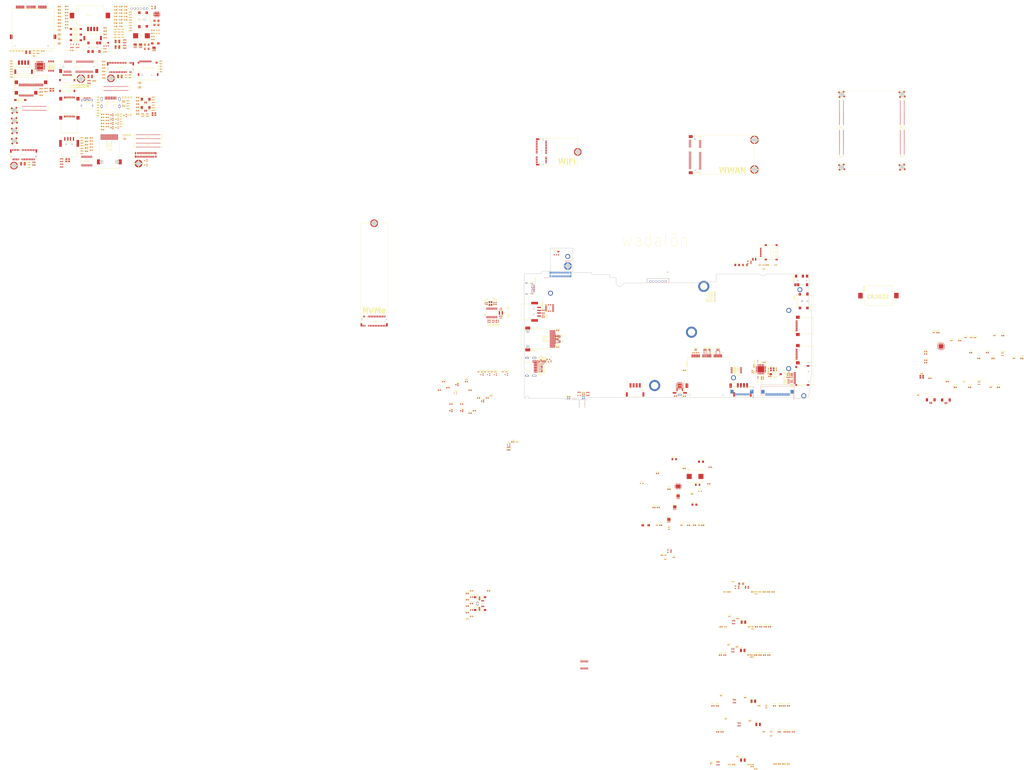
<source format=kicad_pcb>
(kicad_pcb
	(version 20241229)
	(generator "pcbnew")
	(generator_version "9.0")
	(general
		(thickness 1.6)
		(legacy_teardrops no)
	)
	(paper "A4")
	(layers
		(0 "F.Cu" signal "Top Layer")
		(4 "In1.Cu" signal "Inner1")
		(6 "In2.Cu" signal "Inner2")
		(2 "B.Cu" signal "Bottom Layer")
		(9 "F.Adhes" user "F.Adhesive")
		(11 "B.Adhes" user "B.Adhesive")
		(13 "F.Paste" user "Top Paste Mask Layer")
		(15 "B.Paste" user "Bottom Paste Mask Layer")
		(5 "F.SilkS" user "Top Silkscreen Layer")
		(7 "B.SilkS" user "Bottom Silkscreen Layer")
		(1 "F.Mask" user "Top Solder Mask Layer")
		(3 "B.Mask" user "Bottom Solder Mask Layer")
		(17 "Dwgs.User" user "Document Layer")
		(19 "Cmts.User" user "User.Comments")
		(21 "Eco1.User" user "User.Eco1")
		(23 "Eco2.User" user "Mechanical Layer")
		(25 "Edge.Cuts" user "Multi-Layer")
		(27 "Margin" user)
		(31 "F.CrtYd" user "F.Courtyard")
		(29 "B.CrtYd" user "B.Courtyard")
		(35 "F.Fab" user "Top Assembly Layer")
		(33 "B.Fab" user "Bottom Assembly Layer")
		(39 "User.1" user "Ratline Layer")
		(41 "User.2" user "Component Shape Layer")
		(43 "User.3" user "Component Marking Layer")
		(45 "User.4" user "3D Shell Outline Layer")
		(47 "User.5" user "3D Shell Top Layer")
		(49 "User.6" user "3D Shell Bottom Layer")
		(51 "User.7" user "Drill Drawing Layer")
	)
	(setup
		(pad_to_mask_clearance 0)
		(allow_soldermask_bridges_in_footprints no)
		(tenting front back)
		(aux_axis_origin 20 60)
		(pcbplotparams
			(layerselection 0x00000000_00000000_55555555_5755f5ff)
			(plot_on_all_layers_selection 0x00000000_00000000_00000000_00000000)
			(disableapertmacros no)
			(usegerberextensions no)
			(usegerberattributes yes)
			(usegerberadvancedattributes yes)
			(creategerberjobfile yes)
			(dashed_line_dash_ratio 12.000000)
			(dashed_line_gap_ratio 3.000000)
			(svgprecision 4)
			(plotframeref no)
			(mode 1)
			(useauxorigin no)
			(hpglpennumber 1)
			(hpglpenspeed 20)
			(hpglpendiameter 15.000000)
			(pdf_front_fp_property_popups yes)
			(pdf_back_fp_property_popups yes)
			(pdf_metadata yes)
			(pdf_single_document no)
			(dxfpolygonmode yes)
			(dxfimperialunits yes)
			(dxfusepcbnewfont yes)
			(psnegative no)
			(psa4output no)
			(plot_black_and_white yes)
			(plotinvisibletext no)
			(sketchpadsonfab no)
			(plotpadnumbers no)
			(hidednponfab no)
			(sketchdnponfab yes)
			(crossoutdnponfab yes)
			(subtractmaskfromsilk no)
			(outputformat 1)
			(mirror no)
			(drillshape 1)
			(scaleselection 1)
			(outputdirectory "")
		)
	)
	(net 0 "")
	(net 1 "GND")
	(net 2 "+3.3V")
	(net 3 "+5V_CURR2")
	(net 4 "I2C1_SCL")
	(net 5 "I2C1_SDA")
	(net 6 "PWR_BTN_H")
	(net 7 "+3.3V_KEY")
	(net 8 "GND_KEY")
	(net 9 "USB_KEYBOARD_DM")
	(net 10 "USB_KEYBOARD_DP")
	(net 11 "USB_LTE_DM")
	(net 12 "USB_LTE_DP")
	(net 13 "COL1")
	(net 14 "COL2")
	(net 15 "COL3")
	(net 16 "COL4")
	(net 17 "COL5")
	(net 18 "COL6")
	(net 19 "COL7")
	(net 20 "COL8")
	(net 21 "COL9")
	(net 22 "COL10")
	(net 23 "COL11")
	(net 24 "COL12")
	(net 25 "ROW8")
	(net 26 "ROW7")
	(net 27 "ROW6")
	(net 28 "ROW5")
	(net 29 "ROW4")
	(net 30 "ROW3")
	(net 31 "ROW2")
	(net 32 "ROW1")
	(net 33 "PWRON_L")
	(net 34 "+12V")
	(net 35 "UART2_RX_M0_DEBUG")
	(net 36 "LED3_25GLAN_25GLED")
	(net 37 "LED2_25GLAN_1GLED")
	(net 38 "P25G_MDI0_P")
	(net 39 "P25G_MDI0_N")
	(net 40 "P25G_MDI1_P")
	(net 41 "P25G_MDI1_N")
	(net 42 "P25G_MDI2_P")
	(net 43 "P25G_MDI2_N")
	(net 44 "P25G_MDI3_P")
	(net 45 "P25G_MDI3_N")
	(net 46 "MIPI_CSI1_RX_D0_N")
	(net 47 "MIPI_CSI1_RX_D0_P")
	(net 48 "MIPI_CSI1_RX_D1_N")
	(net 49 "MIPI_CSI1_RX_D1_P")
	(net 50 "MIPI_CSI1_RX_CLK0_N")
	(net 51 "MIPI_CSI1_RX_CLK0_P")
	(net 52 "MIPI_CSI1_RX_D2_N")
	(net 53 "MIPI_CSI1_RX_D2_P")
	(net 54 "MIPI_CSI1_RX_D3_N")
	(net 55 "MIPI_CSI1_RX_D3_P")
	(net 56 "PMIC_EXT_EN_OUT")
	(net 57 "BOOT_SARADAC_IN0")
	(net 58 "UART2_TX_M0_DEBUG")
	(net 59 "VDC_MODE")
	(net 60 "RESET_L")
	(net 61 "TYPEC1_SSRX1_N")
	(net 62 "TYPEC1_SSRX1_P")
	(net 63 "TYPEC1_SSTX1_N")
	(net 64 "TYPEC1_SSTX1_P")
	(net 65 "TYPEC0_SSRX1_N")
	(net 66 "TYPEC0_SSRX1_P")
	(net 67 "TYPEC0_SSTX1_N")
	(net 68 "TYPEC0_SSTX1_P")
	(net 69 "TYPEC0_SSRX2_N")
	(net 70 "TYPEC0_SSRX2_P")
	(net 71 "TYPEC0_SSTX2_N")
	(net 72 "TYPEC0_SSTX2_P")
	(net 73 "MIPI_DPHY0_TX_D0_N")
	(net 74 "MIPI_DPHY0_TX_D0_P")
	(net 75 "MIPI_DPHY0_TX_D1_N")
	(net 76 "MIPI_DPHY0_TX_D1_P")
	(net 77 "MIPI_DPHY0_TX_CLK_N")
	(net 78 "MIPI_DPHY0_TX_CLK_P")
	(net 79 "MIPI_DPHY0_TX_D2_N")
	(net 80 "MIPI_DPHY0_TX_D2_P")
	(net 81 "MIPI_DPHY0_TX_D3_N")
	(net 82 "MIPI_DPHY0_TX_D3_P")
	(net 83 "I2C7_SCL_M0")
	(net 84 "I2C7_SDA_M0")
	(net 85 "HPR")
	(net 86 "RECOVERY")
	(net 87 "MIC_IN")
	(net 88 "HPL")
	(net 89 "GND_AUDIO")
	(net 90 "PWR_BTN_L")
	(net 91 "PCIE30_PORT0_TX0_P")
	(net 92 "PCIE30_PORT0_TX0_N")
	(net 93 "PCIE30_PORT0_TX1_P")
	(net 94 "PCIE30_PORT0_TX1_N")
	(net 95 "PCIE30_PORT1_RX2_P")
	(net 96 "PCIE30_PORT1_RX2_N")
	(net 97 "PCIE30_PORT1_RX3_P")
	(net 98 "PCIE30_PORT1_RX3_N")
	(net 99 "PCIE30_PORT1_TX2_P")
	(net 100 "PCIE30_PORT1_TX2_N")
	(net 101 "PCIE30_PORT1_TX3_P")
	(net 102 "PCIE30_PORT1_TX3_N")
	(net 103 "PCIE30_PORT1_REFCLK_IN_P")
	(net 104 "PCIE30_PORT1_REFCLK_IN_N")
	(net 105 "I2C6_SCL_M0")
	(net 106 "I2C6_SDA_M0")
	(net 107 "VBAT_RTC")
	(net 108 "HDMITX1_HPDIN_M0")
	(net 109 "HDMITX0_HPDIN_M0")
	(net 110 "USB30_2_SSTX_N")
	(net 111 "USB30_2_SSTX_P")
	(net 112 "USB30_2_SSRX_N")
	(net 113 "USB30_2_SSRX_P")
	(net 114 "PCIE30_PORT0_REFCLK_IN_N")
	(net 115 "PCIE30_PORT0_REFCLK_IN_P")
	(net 116 "PCIE30_PORT0_RX1_N")
	(net 117 "PCIE30_PORT0_RX1_P")
	(net 118 "PCIE30_PORT0_RX0_N")
	(net 119 "PCIE30_PORT0_RX0_P")
	(net 120 "HDMI_RX_D2_P")
	(net 121 "HDMI_RX_D2_N")
	(net 122 "HDMI_RX_D1_P")
	(net 123 "HDMI_RX_D1_N")
	(net 124 "HDMI_RX_D0_P")
	(net 125 "HDMI_RX_D0_N")
	(net 126 "HDMI_RX_CLK_P")
	(net 127 "HDMI_RX_CLK_N")
	(net 128 "SDMMC0_D2")
	(net 129 "SDMMC0_D3")
	(net 130 "SDMMC0_CMD")
	(net 131 "VCC3V3_SD_S0")
	(net 132 "SD_CLK")
	(net 133 "SDMMC0_D0")
	(net 134 "SDMMC0_D1")
	(net 135 "HDMI_RX_SCL_M1")
	(net 136 "HDMI_RX_SDA_M1")
	(net 137 "HDMI_RX_CEC")
	(net 138 "HDMIIRX_HPDOUT_H")
	(net 139 "GPIO3_B2")
	(net 140 "GPIO3_B3")
	(net 141 "HDMI1_ON_H")
	(net 142 "HDMI1_CEC_M2")
	(net 143 "HDMI1_SDA_M1")
	(net 144 "HDMI1_SCL_M1")
	(net 145 "HDMI0_ON_H")
	(net 146 "HDMI0_CEC_M0")
	(net 147 "HDMI0_SDA_M0")
	(net 148 "HDMI0_SCL_M0")
	(net 149 "HDMI0_TX_SBD_N")
	(net 150 "HDMI0_TX_SBD_P")
	(net 151 "HDMI0_TX3_N")
	(net 152 "HDMI0_TX3_P")
	(net 153 "HDMI0_TX0_N")
	(net 154 "HDMI0_TX0_P")
	(net 155 "HDMI0_TX1_N")
	(net 156 "HDMI0_TX1_P")
	(net 157 "HDMI0_TX2_N")
	(net 158 "HDMI0_TX2_P")
	(net 159 "HDMI1_TX_SBD_N")
	(net 160 "HDMI1_TX_SBD_P")
	(net 161 "HDMI1_TX3_N")
	(net 162 "HDMI1_TX3_P")
	(net 163 "HDMI1_TX0_N")
	(net 164 "HDMI1_TX0_P")
	(net 165 "HDMI1_TX1_N")
	(net 166 "HDMI1_TX1_P")
	(net 167 "HDMI1_TX2_N")
	(net 168 "HDMI1_TX2_P")
	(net 169 "TYPEC0_SBU2_OUT")
	(net 170 "TYPEC0_SBU1_OUT")
	(net 171 "TYPEC0_OTG_DP")
	(net 172 "TYPEC0_OTG_DM")
	(net 173 "TYPEC1_OTG_DP")
	(net 174 "TYPEC1_OTG_DM")
	(net 175 "USB20_HOST0_DP")
	(net 176 "USB20_HOST0_DM")
	(net 177 "USB20_HOST1_DM")
	(net 178 "USB20_HOST1_DP")
	(net 179 "+3.3V_CFEXPRESS")
	(net 180 "PCIE30_REFCLK_A_N")
	(net 181 "PCIE30_REFCLK_A_P")
	(net 182 "Net-(U901-SW)")
	(net 183 "Net-(U901-VBST)")
	(net 184 "+1.5V_WWAN")
	(net 185 "+3.3V_WWAN")
	(net 186 "+3.3V_WIFI")
	(net 187 "Net-(U901-VFB)")
	(net 188 "Net-(U1401-FB)")
	(net 189 "Net-(U1402-SW)")
	(net 190 "Net-(U1402-VBST)")
	(net 191 "+1.8V")
	(net 192 "PCIE20_1_REFCLKN")
	(net 193 "PCIE20_1_REFCLKP")
	(net 194 "+3.3V_NVME")
	(net 195 "Net-(U1402-VFB)")
	(net 196 "Net-(U1601-MICBIAS)")
	(net 197 "Net-(U1601-VMID)")
	(net 198 "Net-(U1601-RINPUT1)")
	(net 199 "Net-(C1605-Pad1)")
	(net 200 "Net-(MIC1601-OUT)")
	(net 201 "unconnected-(D2001-I{slash}O_3-Pad4)")
	(net 202 "unconnected-(D2001-GND-Pad8)")
	(net 203 "unconnected-(D2001-I{slash}O_4-Pad5)")
	(net 204 "Net-(C1301-Pad1)")
	(net 205 "Net-(U1401-LX)")
	(net 206 "Net-(C1610-Pad1)")
	(net 207 "Net-(MIC1602-OUT)")
	(net 208 "Net-(U901-EN)")
	(net 209 "Net-(U1001-EN)")
	(net 210 "GPIO1_B0{slash}CFEXPRESS_INSERT")
	(net 211 "GPIO4_B5{slash}M2_A_CLKREQ_L")
	(net 212 "Net-(SW1101-1)")
	(net 213 "GPIO0_D5{slash}CFEXPRESS_EJECT")
	(net 214 "Net-(LED_CFEXPRESS1101-K)")
	(net 215 "Net-(U1301-PGAND)")
	(net 216 "Net-(U1402-EN)")
	(net 217 "GPIO2_C3{slash}PCM_IN{slash}I2S_SD_IN")
	(net 218 "Net-(U1601-ADCDAT)")
	(net 219 "Net-(U1601-DACDAT)")
	(net 220 "GPIO4_C3{slash}PCM_OUT{slash}I2S_SD_OUT")
	(net 221 "Net-(U1601-BCLK)")
	(net 222 "GPIO2_B7{slash}PCM_CLK{slash}I2S_SCK")
	(net 223 "GPIO2_C0{slash}PCM_SYNC{slash}I2S_WS")
	(net 224 "Net-(U1601-ADCLRC)")
	(net 225 "Net-(X1601-OUTPUT)")
	(net 226 "Net-(U1601-MCLK)")
	(net 227 "Net-(D1701-I{slash}O_1)")
	(net 228 "Net-(D1701-I{slash}O_2)")
	(net 229 "GPIO3_D0{slash}I2C5_SDA_M0_TP")
	(net 230 "GPIO3_C7{slash}I2C5_SCL_M0_TP")
	(net 231 "Net-(RJ2001-LED2+{slash}LED2-)")
	(net 232 "Net-(R2001-Pad1)")
	(net 233 "Net-(RJ2001-LED1+)")
	(net 234 "unconnected-(U801-S1-Pad3)")
	(net 235 "unconnected-(U801-S2-Pad4)")
	(net 236 "unconnected-(U801-X2-Pad6)")
	(net 237 "unconnected-(U801-VDDXD-Pad1)")
	(net 238 "unconnected-(U801-X1-Pad5)")
	(net 239 "unconnected-(U801-S0-Pad2)")
	(net 240 "Net-(U1001-SW)")
	(net 241 "Net-(U1101-VFB)")
	(net 242 "Net-(U1101-SW)")
	(net 243 "Net-(U1101-EN)")
	(net 244 "GPIO3_B7{slash}CFEXPRESS_LED")
	(net 245 "Net-(LED_CFEXPRESS1101-A)")
	(net 246 "unconnected-(U1601-LINPUT3{slash}JD2-Pad2)")
	(net 247 "unconnected-(U1601-LINPUT2-Pad3)")
	(net 248 "Net-(U1601-LINPUT1)")
	(net 249 "unconnected-(AUDIO701-Pad5)")
	(net 250 "unconnected-(AUDIO701-Pad2)")
	(net 251 "unconnected-(AUDIO701-Pad6)")
	(net 252 "unconnected-(AUDIO701-Pad1)")
	(net 253 "unconnected-(AUDIO701-Pad3)")
	(net 254 "unconnected-(AUDIO701-Pad4)")
	(net 255 "Net-(U601-NTC)")
	(net 256 "Net-(U601-BATSENS+)")
	(net 257 "unconnected-(BT701-Pad2)")
	(net 258 "unconnected-(BT701-Pad3)")
	(net 259 "Net-(D601-C)")
	(net 260 "Net-(Q602-G)")
	(net 261 "Net-(Q602-D)")
	(net 262 "Net-(C607-Pad2)")
	(net 263 "Net-(U601-BOOST)")
	(net 264 "Net-(U601-CELLS1)")
	(net 265 "Net-(U601-CELLS0)")
	(net 266 "Net-(U602-SW)")
	(net 267 "Net-(U602-VBST)")
	(net 268 "Net-(U602-VFB)")
	(net 269 "Net-(U604-SW)")
	(net 270 "Net-(U604-VBST)")
	(net 271 "<NO NET>")
	(net 272 "Net-(U604-VFB)")
	(net 273 "Net-(U1001-VBST)")
	(net 274 "Net-(U1001-VFB)")
	(net 275 "Net-(U1101-VBST)")
	(net 276 "Net-(U1301-X2)")
	(net 277 "Net-(U1301-X1)")
	(net 278 "Net-(U1301-RESET#)")
	(net 279 "Net-(U1501-XTAL1)")
	(net 280 "Net-(U1501-UCap)")
	(net 281 "Net-(U1501-XTAL2)")
	(net 282 "/HDMI Connector/HDMI_5V")
	(net 283 "Net-(CFexpress1101-PETn0)")
	(net 284 "unconnected-(CFexpress1101-RESERVED-Pad8)")
	(net 285 "Net-(CFexpress1101-REFCLK+)")
	(net 286 "Net-(CFexpress1101-PERn0)")
	(net 287 "Net-(CFexpress1101-REFCLK-)")
	(net 288 "GPIO4_B6{slash}M2_A_PERST_L")
	(net 289 "Net-(CFexpress1101-PERp1)")
	(net 290 "Net-(CFexpress1101-PETp0)")
	(net 291 "Net-(CFexpress1101-PERn1)")
	(net 292 "Net-(CFexpress1101-PETp1)")
	(net 293 "Net-(CFexpress1101-PETn1)")
	(net 294 "Net-(CFexpress1101-PERp0)")
	(net 295 "unconnected-(CFexpress1101-RESERVED-Pad7)")
	(net 296 "GPIO2_B5{slash}FSPI_RESET")
	(net 297 "unconnected-(CN201-Pad99)")
	(net 298 "GPIO2_B3{slash}FSPI_CLK_M1")
	(net 299 "GPIO2_C1{slash}MIPI_CAM2_RESET_L")
	(net 300 "GPIO2_A7{slash}FSPI_D1_M1")
	(net 301 "MIPI_CSI1_RX_CLK1_N")
	(net 302 "unconnected-(CN201-Pad97)")
	(net 303 "unconnected-(CN201-Pad50)")
	(net 304 "GPIO1_B7{slash}MIPI_CAM2_CLKOUT")
	(net 305 "unconnected-(CN201-Pad42)")
	(net 306 "unconnected-(CN201-Pad62)")
	(net 307 "unconnected-(CN201-Pad66)")
	(net 308 "unconnected-(CN201-Pad71)")
	(net 309 "unconnected-(CN201-Pad31)")
	(net 310 "unconnected-(CN201-Pad36)")
	(net 311 "unconnected-(CN201-Pad44)")
	(net 312 "unconnected-(CN201-Pad68)")
	(net 313 "GPIO2_B4{slash}FSPI_WAKE")
	(net 314 "unconnected-(CN201-Pad48)")
	(net 315 "MIPI_CSI1_RX_CLK1_P")
	(net 316 "unconnected-(CN201-Pad60)")
	(net 317 "GPIO2_B0{slash}FSPI_D2_M1")
	(net 318 "GPIO4_C5{slash}MIPI_CAM1_PDN_L{slash}BT_WAKE_L")
	(net 319 "GPIO2_B2{slash}FSPI_CMD")
	(net 320 "GPIO2_B1{slash}FSPI_D3_M1")
	(net 321 "GPIO2_C2{slash}MIPI_CAM2_PDN_L")
	(net 322 "GPIO4_C4{slash}MIPI_CAM1_RESET_L{slash}WIFI_DISABLE")
	(net 323 "unconnected-(CN201-Pad14)")
	(net 324 "unconnected-(CN201-Pad54)")
	(net 325 "unconnected-(CN201-Pad26)")
	(net 326 "GPIO2_A6{slash}FSPI_D0_M1")
	(net 327 "unconnected-(CN201-Pad29)")
	(net 328 "unconnected-(CN201-Pad56)")
	(net 329 "unconnected-(CN201-Pad38)")
	(net 330 "unconnected-(CN301-Pad85)")
	(net 331 "unconnected-(CN301-Pad56)")
	(net 332 "unconnected-(CN301-Pad26)")
	(net 333 "unconnected-(CN301-Pad24)")
	(net 334 "unconnected-(CN301-Pad77)")
	(net 335 "unconnected-(CN301-Pad80)")
	(net 336 "unconnected-(CN301-Pad83)")
	(net 337 "unconnected-(CN301-Pad17)")
	(net 338 "unconnected-(CN301-Pad78)")
	(net 339 "unconnected-(CN301-Pad72)")
	(net 340 "unconnected-(CN301-Pad86)")
	(net 341 "unconnected-(CN301-Pad32)")
	(net 342 "unconnected-(CN301-Pad12)")
	(net 343 "unconnected-(CN301-Pad48)")
	(net 344 "GPIO1_C4{slash}HP_DET_L")
	(net 345 "unconnected-(CN301-Pad66)")
	(net 346 "unconnected-(CN301-Pad20)")
	(net 347 "unconnected-(CN301-Pad68)")
	(net 348 "unconnected-(CN301-Pad19)")
	(net 349 "unconnected-(CN301-Pad54)")
	(net 350 "unconnected-(CN301-Pad30)")
	(net 351 "unconnected-(CN301-Pad74)")
	(net 352 "unconnected-(CN301-Pad36)")
	(net 353 "unconnected-(CN301-Pad60)")
	(net 354 "unconnected-(CN301-Pad42)")
	(net 355 "unconnected-(CN301-Pad38)")
	(net 356 "unconnected-(CN301-Pad14)")
	(net 357 "unconnected-(CN301-Pad50)")
	(net 358 "unconnected-(CN301-Pad44)")
	(net 359 "unconnected-(CN301-Pad13)")
	(net 360 "unconnected-(CN301-Pad62)")
	(net 361 "unconnected-(CN301-Pad79)")
	(net 362 "unconnected-(CN301-Pad11)")
	(net 363 "unconnected-(CN301-Pad18)")
	(net 364 "unconnected-(CN301-Pad84)")
	(net 365 "unconnected-(CN401-Pad27)")
	(net 366 "GPIO0_C4{slash}UART0_RX_M0")
	(net 367 "GPIO1_A1{slash}UART6_TX_M1")
	(net 368 "unconnected-(CN401-Pad51)")
	(net 369 "GPIO1_B3{slash}SPI0_CLK_M2{slash}UART4_TX_M2")
	(net 370 "GPIO1_A7{slash}CFEXPRESS_PWREN")
	(net 371 "GPIO0_C6{slash}PWM5_M1")
	(net 372 "GPIO1_A4{slash}USB2_PWREN")
	(net 373 "unconnected-(CN401-Pad43)")
	(net 374 "PCIE20_1_TXN{slash}SATA30_1_TXN")
	(net 375 "GPIO4_A2{slash}M2_E_PERST_L")
	(net 376 "GPIO1_A3{slash}I2C4_SCL_M3_TP{slash}UART6_CTS")
	(net 377 "GPIO1_D7{slash}I2C8_SDA_M2")
	(net 378 "GPIO1_B1{slash}SPI0_MISO_M2")
	(net 379 "GPIO1_D3{slash}PWM1_M1")
	(net 380 "GPIO3_C3{slash}PWM15_IR_M0")
	(net 381 "GPIO4_B0{slash}USB3_TYPEC1_PWREN")
	(net 382 "GPIO0_C5{slash}UART0_TX_M0{slash}PWM4_M0{slash}UART6_WAKE#")
	(net 383 "unconnected-(CN401-Pad45)")
	(net 384 "PCIE20_1_TXP{slash}SATA30_1_TXP")
	(net 385 "GPIO1_B2{slash}SPI0_MOSI_M2{slash}UART4_RX_M2")
	(net 386 "GPIO3_C1{slash}TP_RST_L")
	(net 387 "GPIO1_D6{slash}I2C8_SCL_M2")
	(net 388 "GPIO1_A2{slash}I2C4_SDA_M3_TP{slash}UART6_RTS")
	(net 389 "GPIO1_B5{slash}SPI0_CS1_M0{slash}UART7_TX_M2")
	(net 390 "unconnected-(CN401-Pad53)")
	(net 391 "unconnected-(CN401-Pad29)")
	(net 392 "GPIO1_B4{slash}SPI0_CS0_M2{slash}UART7_RX_M2")
	(net 393 "GPIO1_D5{slash}HDMIIRX_DET_L")
	(net 394 "GPIO4_B3{slash}M2_C_PERST_L")
	(net 395 "unconnected-(CN401-Pad57)")
	(net 396 "GPIO0_D4{slash}PWM3_IR_M0")
	(net 397 "GPIO1_D2{slash}TYPEC5V_PWREN_H")
	(net 398 "PCIE20_1_RXP{slash}SATA30_1_RXP")
	(net 399 "GPIO3_C0{slash}TP_INT_L")
	(net 400 "GPIO1_A0{slash}UART6_RX_M1")
	(net 401 "unconnected-(CN401-Pad47)")
	(net 402 "GPIO3_C2{slash}PWM14_M0")
	(net 403 "PCIE20_1_RXN{slash}SATA30_1_RXN")
	(net 404 "GPIO4_B4{slash}M2_B_PERST_L")
	(net 405 "GPIO0_D3{slash}CC_INT_L")
	(net 406 "GPIO3_A5{slash}USB3_2_PWREN")
	(net 407 "unconnected-(CN501-Pad12)")
	(net 408 "GPIO3_A4{slash}SPI4_CS1_M1")
	(net 409 "GPIO0_A4{slash}SDMMC_DET_L")
	(net 410 "GPIO3_B0{slash}PWM9_M0")
	(net 411 "GPIO3_A0{slash}SPI4_MISO_M1{slash}PWM10_M0")
	(net 412 "GPIO3_B4{slash}BT_REG_ON")
	(net 413 "GPIO3_A6{slash}LCD_RST")
	(net 414 "GPIO3_A2{slash}SPI4_CLK_M1{slash}UART8_TX_M1")
	(net 415 "unconnected-(CN501-Pad10)")
	(net 416 "GPIO3_B5{slash}UART3_TX_M1{slash}PWM12_M0")
	(net 417 "unconnected-(CN501-Pad85)")
	(net 418 "GPIO3_A3{slash}SPI4_CS0_M1{slash}UART8_RX_M1")
	(net 419 "GPIO3_A7{slash}PWM8_M0")
	(net 420 "GPIO3_B6{slash}UART3_RX_M1{slash}PWM13_M0")
	(net 421 "GPIO3_B1{slash}PWM2_M1{slash}LCD_BL")
	(net 422 "GPIO3_A1{slash}SPI4_MOSI_M1")
	(net 423 "unconnected-(D601-A-Pad2)")
	(net 424 "Net-(D602-K)")
	(net 425 "Net-(D602-A)")
	(net 426 "Net-(D603-K)")
	(net 427 "Net-(D603-A)")
	(net 428 "unconnected-(D1103-NC-Pad9)")
	(net 429 "unconnected-(D1103-I{slash}O_1-Pad1)")
	(net 430 "unconnected-(D1103-I{slash}O_2-Pad2)")
	(net 431 "unconnected-(D1103-NC-Pad10)")
	(net 432 "Net-(D1701-I{slash}O_3)")
	(net 433 "Net-(D1702-I{slash}O_1)")
	(net 434 "Net-(D1702-I{slash}O_3)")
	(net 435 "Net-(D1702-I{slash}O_2)")
	(net 436 "Net-(D1702-I{slash}O_4)")
	(net 437 "Net-(D1901-K)")
	(net 438 "/HDMI Connector/HDMI_CEC")
	(net 439 "unconnected-(D1905-A-Pad1)")
	(net 440 "/HDMI Connector/HDMI_SCL")
	(net 441 "/HDMI Connector/HDMI_SDA")
	(net 442 "Net-(D1909-A)")
	(net 443 "Net-(D1910-K)")
	(net 444 "unconnected-(D2002-I{slash}O_4-Pad5)")
	(net 445 "unconnected-(D2002-I{slash}O_3-Pad4)")
	(net 446 "unconnected-(D2002-GND-Pad8)")
	(net 447 "Net-(DC601-Pad2)")
	(net 448 "unconnected-(FPC1501-Pad21)")
	(net 449 "unconnected-(FPC1501-Pad20)")
	(net 450 "unconnected-(FPC1501-Pad10)")
	(net 451 "unconnected-(FPC1501-Pad19)")
	(net 452 "unconnected-(FPC1501-Pad12)")
	(net 453 "unconnected-(FPC1501-Pad7)")
	(net 454 "unconnected-(FPC1501-Pad22)")
	(net 455 "unconnected-(FPC1501-Pad8)")
	(net 456 "unconnected-(FPC1502-Pad3)")
	(net 457 "unconnected-(FPC1502-Pad12)")
	(net 458 "unconnected-(FPC1502-Pad13)")
	(net 459 "unconnected-(FPC1502-Pad10)")
	(net 460 "unconnected-(FPC1502-Pad14)")
	(net 461 "/HDMI Connector/HDMI_TX2_N")
	(net 462 "/HDMI Connector/HDMI_CLK_N")
	(net 463 "/HDMI Connector/HDMI_CLK_P")
	(net 464 "/HDMI Connector/HDMI_TX1_N")
	(net 465 "/HDMI Connector/HDMI_TX2_P")
	(net 466 "/HDMI Connector/HDMI_TX1_P")
	(net 467 "/HDMI Connector/HDMI_TX0_P")
	(net 468 "/HDMI Connector/HDMI_TX0_N")
	(net 469 "/2.5GB Ethernet Connector/TD4_N")
	(net 470 "/2.5GB Ethernet Connector/TD4_P")
	(net 471 "/2.5GB Ethernet Connector/TD3_N")
	(net 472 "/2.5GB Ethernet Connector/TD3_P")
	(net 473 "/2.5GB Ethernet Connector/TD2_P")
	(net 474 "/2.5GB Ethernet Connector/TD2_N")
	(net 475 "/2.5GB Ethernet Connector/TD1_P")
	(net 476 "/2.5GB Ethernet Connector/TD1_N")
	(net 477 "Net-(LED_ACT701-K)")
	(net 478 "Net-(LED_CHRG_ACT701-A)")
	(net 479 "Net-(LED_CHRG_ACT701-K)")
	(net 480 "Net-(LED_CHRG_FIN701-K)")
	(net 481 "Net-(LED_CHRG_FIN701-A)")
	(net 482 "unconnected-(MIPI_DSI1801-Pad13)")
	(net 483 "unconnected-(MOUNT201-Pad1)")
	(net 484 "unconnected-(MOUNT201-Pad1)_1")
	(net 485 "unconnected-(MOUNT201-Pad1)_2")
	(net 486 "unconnected-(MOUNT201-Pad1)_3")
	(net 487 "unconnected-(MOUNT202-Pad1)")
	(net 488 "unconnected-(MOUNT202-Pad1)_1")
	(net 489 "unconnected-(MOUNT202-Pad1)_2")
	(net 490 "unconnected-(MOUNT202-Pad1)_3")
	(net 491 "unconnected-(MOUNT203-Pad1)")
	(net 492 "unconnected-(MOUNT203-Pad1)_1")
	(net 493 "unconnected-(MOUNT203-Pad1)_2")
	(net 494 "unconnected-(MOUNT203-Pad1)_3")
	(net 495 "unconnected-(MOUNT204-Pad1)")
	(net 496 "unconnected-(MOUNT204-Pad1)_1")
	(net 497 "unconnected-(MOUNT204-Pad1)_2")
	(net 498 "unconnected-(MOUNT204-Pad1)_3")
	(net 499 "unconnected-(MOUNT901-Pad1)")
	(net 500 "unconnected-(MOUNT1001-Pad1)")
	(net 501 "Net-(Q601-G)")
	(net 502 "Net-(Q603-G)")
	(net 503 "Net-(Q1902-G)")
	(net 504 "Net-(Q1903-D)")
	(net 505 "Net-(Q1904-D)")
	(net 506 "Net-(Q1905-D)")
	(net 507 "Net-(Q1906-G)")
	(net 508 "Net-(Q1907-G)")
	(net 509 "Net-(Q1908-D)")
	(net 510 "Net-(R605-Pad1)")
	(net 511 "Net-(U601-NTCBIAS)")
	(net 512 "Net-(U601-RT)")
	(net 513 "Net-(U602-EN)")
	(net 514 "Net-(U603-EN)")
	(net 515 "Net-(U604-EN)")
	(net 516 "unconnected-(R703-Pad2)")
	(net 517 "Net-(R706-Pad2)")
	(net 518 "Net-(R707-Pad2)")
	(net 519 "Net-(R708-Pad2)")
	(net 520 "unconnected-(R904-Pad1)")
	(net 521 "Net-(U1301-PSELF)")
	(net 522 "Net-(U1301-RREF)")
	(net 523 "Net-(U1302-ILIM)")
	(net 524 "/USB 2 Hub & Connectors/FAULT2#")
	(net 525 "Net-(U1501-PE2(HWB#))")
	(net 526 "Net-(U1501-RESET#)")
	(net 527 "unconnected-(RJ2001-VCC-PadR1)")
	(net 528 "unconnected-(SDCARD1701-EP-Pad11)")
	(net 529 "unconnected-(SDCARD1701-EP-Pad10)")
	(net 530 "unconnected-(SDCARD1701-EP-Pad12)")
	(net 531 "unconnected-(SDCARD1701-EP-Pad13)")
	(net 532 "unconnected-(SDCARD1701-CD-Pad9)")
	(net 533 "unconnected-(SDCARD1701-DAT0-Pad7)")
	(net 534 "unconnected-(SDCARD1701-DAT1-Pad8)")
	(net 535 "Net-(SIM1401-VCC)")
	(net 536 "Net-(SIM1401-CLK)")
	(net 537 "Net-(SIM1401-Vpp)")
	(net 538 "Net-(SIM1401-I{slash}O)")
	(net 539 "Net-(SIM1401-RST)")
	(net 540 "Net-(U1601-SPK_LP)")
	(net 541 "Net-(U1601-SPK_LN)")
	(net 542 "Net-(U1601-SPK_RP)")
	(net 543 "Net-(U1601-SPK_RN)")
	(net 544 "/Keyboard/USB_KEYBOARD_INT_DP")
	(net 545 "/Keyboard/USB_KEYBOARD_INT_DM")
	(net 546 "unconnected-(U601-SMBALERT#-Pad12)")
	(net 547 "unconnected-(U601-SYNC-Pad16)")
	(net 548 "unconnected-(U603-BP-Pad4)")
	(net 549 "unconnected-(U701-A-Pad2)")
	(net 550 "unconnected-(U702-A-Pad2)")
	(net 551 "unconnected-(U703-GND-Pad3)")
	(net 552 "unconnected-(U703-EH-Pad4)")
	(net 553 "unconnected-(U703-OUT-Pad1)")
	(net 554 "unconnected-(U703-VCC-Pad2)")
	(net 555 "unconnected-(U801-CLK0-Pad20)")
	(net 556 "unconnected-(U801-CLK2-Pad14)")
	(net 557 "unconnected-(U801-OE-Pad8)")
	(net 558 "unconnected-(U801-#CLK1-Pad17)")
	(net 559 "unconnected-(U801-CLK3-Pad12)")
	(net 560 "unconnected-(U801-#CLK0-Pad19)")
	(net 561 "unconnected-(U801-GNDODA-Pad16)")
	(net 562 "unconnected-(U801-IREF-Pad10)")
	(net 563 "unconnected-(U801-#CLK2-Pad13)")
	(net 564 "unconnected-(U801-#CLK3-Pad11)")
	(net 565 "unconnected-(U801-CLK1-Pad18)")
	(net 566 "unconnected-(U801-#PD-Pad7)")
	(net 567 "unconnected-(U801-GNDXD-Pad9)")
	(net 568 "unconnected-(U801-VDDODA-Pad15)")
	(net 569 "unconnected-(U1301-PWREN1#-Pad22)")
	(net 570 "unconnected-(U1301-OVCUR1#-Pad21)")
	(net 571 "Net-(U1301-DP3)")
	(net 572 "unconnected-(U1301-DP4-Pad12)")
	(net 573 "Net-(U1301-DM3)")
	(net 574 "unconnected-(U1301-DM4-Pad11)")
	(net 575 "unconnected-(U1301-PWREN2#-Pad20)")
	(net 576 "unconnected-(U1303-IO4-Pad6)")
	(net 577 "unconnected-(U1303-IO1-Pad1)")
	(net 578 "unconnected-(U1501-PB4(PCINT4{slash}ADC11)-Pad28)")
	(net 579 "unconnected-(U1501-PF1(ADC1)-Pad40)")
	(net 580 "unconnected-(U1501-PE6(INT.6{slash}AIN0)-Pad1)")
	(net 581 "unconnected-(U1501-PD7(T0{slash}OC4D{slash}ADC10)-Pad27)")
	(net 582 "unconnected-(U1501-PF0(ADC0)-Pad41)")
	(net 583 "unconnected-(U1601-HP_R-Pad29)")
	(net 584 "unconnected-(U1601-RINPUT2-Pad6)")
	(net 585 "unconnected-(U1601-RINPUT3{slash}JD3-Pad7)")
	(net 586 "unconnected-(U1601-HP_L-Pad31)")
	(net 587 "unconnected-(U1601-OUT3-Pad30)")
	(net 588 "unconnected-(UART701-Pad2)")
	(net 589 "unconnected-(UART701-Pad3)")
	(net 590 "unconnected-(UART701-Pad1)")
	(net 591 "unconnected-(UART701-Pad5)")
	(net 592 "unconnected-(UART701-Pad6)")
	(net 593 "unconnected-(UART701-Pad4)")
	(net 594 "unconnected-(USB1201-VBUS-PadA9)")
	(net 595 "unconnected-(USB1201-SSTXP1-PadA2)")
	(net 596 "unconnected-(USB1201-DP2-PadB6)")
	(net 597 "unconnected-(USB1201-SBU1-PadA8)")
	(net 598 "unconnected-(USB1201-EP-Pad4)")
	(net 599 "unconnected-(USB1201-EP-Pad3)")
	(net 600 "unconnected-(USB1201-EP-Pad1)")
	(net 601 "unconnected-(USB1201-GND-PadB1)")
	(net 602 "unconnected-(USB1201-DN2-PadB7)")
	(net 603 "unconnected-(USB1201-GND-PadA1)")
	(net 604 "unconnected-(USB1201-DN1-PadA7)")
	(net 605 "unconnected-(USB1201-DP1-PadA6)")
	(net 606 "unconnected-(USB1201-VBUS-PadB4)")
	(net 607 "unconnected-(USB1201-CC1-PadA5)")
	(net 608 "unconnected-(USB1201-SSTXp2-PadB2)")
	(net 609 "unconnected-(USB1201-SSRXn2-PadA10)")
	(net 610 "unconnected-(USB1201-CC2-PadB5)")
	(net 611 "unconnected-(USB1201-SSRXp1-PadB11)")
	(net 612 "unconnected-(USB1201-SSTXn1-PadA3)")
	(net 613 "unconnected-(USB1201-VBUS-PadB9)")
	(net 614 "unconnected-(USB1201-EP-Pad2)")
	(net 615 "unconnected-(USB1201-GND-PadA12)")
	(net 616 "unconnected-(USB1201-SSRXp2-PadA11)")
	(net 617 "unconnected-(USB1201-SSRXn1-PadB10)")
	(net 618 "unconnected-(USB1201-SBU2-PadB8)")
	(net 619 "unconnected-(USB1201-VBUS-PadA4)")
	(net 620 "unconnected-(USB1201-GND-PadB12)")
	(net 621 "unconnected-(USB1201-SSTXn2-PadB3)")
	(net 622 "unconnected-(USB1202-GND-Pad4)")
	(net 623 "unconnected-(USB1202-D+-Pad3)")
	(net 624 "unconnected-(USB1202-VBUS-Pad1)")
	(net 625 "unconnected-(USB1202-GND_DRAIN-Pad7)")
	(net 626 "unconnected-(USB1202-GND-Pad11)")
	(net 627 "unconnected-(USB1202-STDA_SSRX+-Pad6)")
	(net 628 "unconnected-(USB1202-GND-Pad10)")
	(net 629 "unconnected-(USB1202-STDA_SSRX--Pad5)")
	(net 630 "unconnected-(USB1202-STDA_SSTX--Pad8)")
	(net 631 "unconnected-(USB1202-D--Pad2)")
	(net 632 "unconnected-(USB1202-STDA_SSTX+-Pad9)")
	(net 633 "unconnected-(USB1203-VBUS-Pad1)")
	(net 634 "unconnected-(USB1203-GND-Pad11)")
	(net 635 "unconnected-(USB1203-GND-Pad10)")
	(net 636 "unconnected-(USB1203-GND_DRAIN-Pad7)")
	(net 637 "unconnected-(USB1203-GND-Pad4)")
	(net 638 "unconnected-(USB1203-STDA_SSTX+-Pad9)")
	(net 639 "unconnected-(USB1203-STDA_SSRX--Pad5)")
	(net 640 "unconnected-(USB1203-STDA_SSTX--Pad8)")
	(net 641 "unconnected-(USB1203-D--Pad2)")
	(net 642 "unconnected-(USB1203-D+-Pad3)")
	(net 643 "unconnected-(USB1203-STDA_SSRX+-Pad6)")
	(net 644 "unconnected-(USB_KEY1501-Pad5)")
	(net 645 "unconnected-(USB_KEY1501-Pad6)")
	(net 646 "unconnected-(WWAN1401-COEX2-Pad5)")
	(net 647 "unconnected-(WWAN1401-GND-Pad35)")
	(net 648 "unconnected-(WWAN1401-REFCLK--Pad11)")
	(net 649 "unconnected-(WWAN1401-RSVRD49-Pad49)")
	(net 650 "unconnected-(WWAN1401-GND-Pad43)")
	(net 651 "unconnected-(WWAN1401-REFCLK+-Pad13)")
	(net 652 "unconnected-(WWAN1401-WAKE-Pad1)")
	(net 653 "unconnected-(WWAN1401-GND-Pad9)")
	(net 654 "unconnected-(WWAN1401-GND-Pad27)")
	(net 655 "unconnected-(WWAN1401-LED_WPAN-Pad46)")
	(net 656 "unconnected-(WWAN1401-GND-Pad50)")
	(net 657 "unconnected-(WWAN1401-SMB_CLK-Pad30)")
	(net 658 "unconnected-(WWAN1401-PETP0-Pad33)")
	(net 659 "unconnected-(WWAN1401-RSVRD51-Pad51)")
	(net 660 "unconnected-(WWAN1401-+3V3AUX-Pad39)")
	(net 661 "unconnected-(WWAN1401-+1V5-Pad48)")
	(net 662 "unconnected-(WWAN1401-UIM_C8-Pad17)")
	(net 663 "unconnected-(WWAN1401-RSVRD47-Pad47)")
	(net 664 "unconnected-(WWAN1401-PERST-Pad22)")
	(net 665 "unconnected-(WWAN1401-GND-Pad37)")
	(net 666 "unconnected-(WWAN1401-RSVRD45-Pad45)")
	(net 667 "unconnected-(WWAN1401-CLKREQ-Pad7)")
	(net 668 "unconnected-(WWAN1401-+3V3AUX-Pad41)")
	(net 669 "unconnected-(WWAN1401-SMB_DATA-Pad32)")
	(net 670 "unconnected-(WWAN1401-LED_WLAN-Pad44)")
	(net 671 "unconnected-(WWAN1401-W_DISABLE-Pad20)")
	(net 672 "unconnected-(WWAN1401-PETN0-Pad31)")
	(net 673 "unconnected-(WWAN1401-PERN0-Pad23)")
	(net 674 "unconnected-(WWAN1401-+3V3-Pad52)")
	(net 675 "unconnected-(WWAN1401-GND-Pad29)")
	(net 676 "unconnected-(WWAN1401-GND-Pad15)")
	(net 677 "unconnected-(WWAN1401-UIM_C4-Pad19)")
	(net 678 "unconnected-(WWAN1401-COEX1-Pad3)")
	(net 679 "unconnected-(WWAN1401-PERP0-Pad25)")
	(net 680 "unconnected-(WWAN1401-LED_WWAN-Pad42)")
	(net 681 "unconnected-(X901-SUSCLK-Pad50)")
	(net 682 "unconnected-(X901-RESERVED-Pad64)")
	(net 683 "unconnected-(X901-I2C_SCL-Pad60)")
	(net 684 "unconnected-(X901-SDIO_CLK-Pad9)")
	(net 685 "unconnected-(X901-PETp1-Pad59)")
	(net 686 "unconnected-(X901-SDIO_RST#-Pad23)")
	(net 687 "unconnected-(X901-VENDOR_DEFINED-Pad40)")
	(net 688 "GPIO4_A1{slash}TP_2_RST_L{slash}PCIE20_PEWAKE")
	(net 689 "unconnected-(X901-PERp1-Pad65)")
	(net 690 "unconnected-(X901-SDIO_D2-Pad17)")
	(net 691 "unconnected-(X901-3.3V-Pad74)")
	(net 692 "unconnected-(X901-PETp0-Pad35)")
	(net 693 "unconnected-(X901-PETn1-Pad61)")
	(net 694 "unconnected-(X901-GND-Pad75)")
	(net 695 "unconnected-(X901-SDIO_CMD-Pad11)")
	(net 696 "unconnected-(X901-LED1#-Pad6)")
	(net 697 "unconnected-(X901-COEX_TXD-Pad48)")
	(net 698 "unconnected-(X901-SDIO_D1-Pad15)")
	(net 699 "unconnected-(X901-I2C_SDA-Pad58)")
	(net 700 "unconnected-(X901-PCM_OUT{slash}I2S_SD_OUT-Pad14)")
	(net 701 "unconnected-(X901-UIM_SWP{slash}PERST1#-Pad66)")
	(net 702 "unconnected-(X901-PCM_CLK{slash}I2S_SCK-Pad8)")
	(net 703 "unconnected-(X901-COEX3-Pad44)")
	(net 704 "unconnected-(X901-GND-Pad33)")
	(net 705 "unconnected-(X901-3.3V-Pad2)")
	(net 706 "unconnected-(X901-VENDOR_DEFINED-Pad38)")
	(net 707 "unconnected-(X901-GND-Pad39)")
	(net 708 "unconnected-(X901-REFCLKn1-Pad73)")
	(net 709 "unconnected-(X901-COEX_RXD-Pad46)")
	(net 710 "GPIO4_A0{slash}TP_2_INT_L{slash}PCIE20_CLKREQ")
	(net 711 "unconnected-(X901-PCM_SYNC{slash}I2S_WS-Pad10)")
	(net 712 "unconnected-(X901-ALERT#-Pad62)")
	(net 713 "unconnected-(X901-SDIO_D3-Pad19)")
	(net 714 "unconnected-(X901-PERn1-Pad67)")
	(net 715 "unconnected-(X901-PERSTO#-Pad52)")
	(net 716 "unconnected-(X901-3.3V-Pad4)")
	(net 717 "unconnected-(X901-Pad76)")
	(net 718 "unconnected-(X901-SDIO_WAKE#-Pad21)")
	(net 719 "unconnected-(X901-LED2#-Pad16)")
	(net 720 "unconnected-(X901-PETn0-Pad37)")
	(net 721 "unconnected-(X901-UIM_PWR_SNK{slash}CLKREQ1#-Pad68)")
	(net 722 "unconnected-(X901-VENDOR_DEFINED-Pad42)")
	(net 723 "unconnected-(X901-UIM_PWR_SRC{slash}PEWAKE1#-Pad70)")
	(net 724 "unconnected-(X901-REFCLKp1-Pad71)")
	(net 725 "unconnected-(X901-3.3V-Pad72)")
	(net 726 "unconnected-(X901-W_DISABLE2#-Pad54)")
	(net 727 "unconnected-(X901-GND-Pad7)")
	(net 728 "unconnected-(X901-SDIO_D0-Pad13)")
	(net 729 "unconnected-(X901-PCM_IN{slash}I2S_SD_IN-Pad12)")
	(net 730 "unconnected-(X1001-3.3V-Pad72)")
	(net 731 "unconnected-(X1001-3.3V-Pad12)")
	(net 732 "unconnected-(X1001-N{slash}C-Pad26)")
	(net 733 "unconnected-(X1001-N{slash}C-Pad58)")
	(net 734 "unconnected-(X1001-PETp2-Pad25)")
	(net 735 "unconnected-(X1001-REFCLKp-Pad55)")
	(net 736 "unconnected-(X1001-PERn1-Pad29)")
	(net 737 "unconnected-(X1001-PETp1-Pad37)")
	(net 738 "unconnected-(X1001-PERp2-Pad19)")
	(net 739 "unconnected-(X1001-N{slash}C-Pad30)")
	(net 740 "unconnected-(X1001-N{slash}C-Pad34)")
	(net 741 "unconnected-(X1001-MOUNT-Pad77)")
	(net 742 "unconnected-(X1001-N{slash}C-Pad46)")
	(net 743 "unconnected-(X1001-3.3V-Pad4)")
	(net 744 "unconnected-(X1001-GND-Pad57)")
	(net 745 "unconnected-(X1001-CLKREQ#-Pad52)")
	(net 746 "unconnected-(X1001-PERp0-Pad43)")
	(net 747 "unconnected-(X1001-DAS{slash}DSS#{slash}LED#-Pad10)")
	(net 748 "unconnected-(X1001-PETn1-Pad35)")
	(net 749 "unconnected-(X1001-N{slash}C-Pad20)")
	(net 750 "unconnected-(X1001-PETp3-Pad13)")
	(net 751 "unconnected-(X1001-PEWAKE#-Pad54)")
	(net 752 "unconnected-(X1001-DEVSLP-Pad38)")
	(net 753 "unconnected-(X1001-N{slash}C-Pad67)")
	(net 754 "unconnected-(X1001-N{slash}C-Pad32)")
	(net 755 "unconnected-(X1001-N{slash}C-Pad24)")
	(net 756 "unconnected-(X1001-N{slash}C-Pad6)")
	(net 757 "unconnected-(X1001-PERn3-Pad5)")
	(net 758 "unconnected-(X1001-N{slash}C-Pad22)")
	(net 759 "unconnected-(X1001-PETn3-Pad11)")
	(net 760 "unconnected-(X1001-N{slash}C-Pad36)")
	(net 761 "unconnected-(X1001-3.3V-Pad70)")
	(net 762 "unconnected-(X1001-N{slash}C-Pad48)")
	(net 763 "unconnected-(X1001-ALERT#-Pad44)")
	(net 764 "unconnected-(X1001-PETn2-Pad23)")
	(net 765 "unconnected-(X1001-GND-Pad27)")
	(net 766 "unconnected-(X1001-N{slash}C-Pad8)")
	(net 767 "unconnected-(X1001-PERp1-Pad31)")
	(net 768 "unconnected-(X1001-PETn0-Pad47)")
	(net 769 "unconnected-(X1001-GND-Pad45)")
	(net 770 "unconnected-(X1001-SUSCLK-Pad68)")
	(net 771 "unconnected-(X1001-3.3V-Pad74)")
	(net 772 "unconnected-(X1001-PERp3-Pad7)")
	(net 773 "unconnected-(X1001-MOUNT-Pad76)")
	(net 774 "unconnected-(X1001-PEDET-Pad69)")
	(net 775 "unconnected-(X1001-N{slash}C-Pad56)")
	(net 776 "unconnected-(X1001-PETp0-Pad49)")
	(net 777 "unconnected-(X1001-SMB_DATA-Pad42)")
	(net 778 "unconnected-(X1001-3.3V-Pad2)")
	(net 779 "unconnected-(X1001-N{slash}C-Pad28)")
	(net 780 "unconnected-(X1001-PERST#-Pad50)")
	(net 781 "unconnected-(X1001-PERn0-Pad41)")
	(net 782 "unconnected-(X1001-GND-Pad33)")
	(net 783 "unconnected-(X1001-REFCLKn-Pad53)")
	(net 784 "unconnected-(X1001-PERn2-Pad17)")
	(net 785 "unconnected-(X1001-SMB_CLK-Pad40)")
	(net 786 "unconnected-(X1501-GND-Pad4)")
	(net 787 "unconnected-(X1501-GND-Pad2)")
	(net 788 "unconnected-(Y1301-GND-Pad2)")
	(net 789 "unconnected-(Y1301-GND-Pad4)")
	(net 790 "+5V")
	(net 791 "FAULT2#")
	(net 792 "$14N1297")
	(net 793 "$14N859")
	(net 794 "$14N1241")
	(net 795 "$14N1232")
	(net 796 "$14N1026")
	(net 797 "USB_KEYBOARD_INT_DM")
	(net 798 "USB_KEYBOARD_INT_DP")
	(net 799 "HDMI_CLK_P")
	(net 800 "HDMI_CLK_N")
	(net 801 "HDMI_CEC")
	(net 802 "HDMI_SCL")
	(net 803 "HDMI_SDA")
	(net 804 "HDMI_TX0_N")
	(net 805 "HDMI_TX0_P")
	(net 806 "HDMI_TX1_N")
	(net 807 "HDMI_TX1_P")
	(net 808 "HDMI_TX2_N")
	(net 809 "HDMI_TX2_P")
	(net 810 "HDMI_5V")
	(net 811 "$15N1405")
	(net 812 "$15N1404")
	(net 813 "$15N1414")
	(net 814 "$15N1417")
	(net 815 "$15N1406")
	(net 816 "GPIO2_B3/FSPI_CLK_M1")
	(net 817 "GPIO2_B1/FSPI_D3_M1")
	(net 818 "GPIO2_B0/FSPI_D2_M1")
	(net 819 "GPIO2_A7/FSPI_D1_M1")
	(net 820 "GPIO2_A6/FSPI_D0_M1")
	(net 821 "GPIO1_B7/MIPI_CAM2_CLKOUT")
	(net 822 "GPIO2_C2/MIPI_CAM2_PDN_L")
	(net 823 "GPIO2_C1/MIPI_CAM2_RESET_L")
	(net 824 "GPIO1_C4/HP_DET_L")
	(net 825 "GPIO3_D0/I2C5_SDA_M0_TP")
	(net 826 "GPIO3_C7/I2C5_SCL_M0_TP")
	(net 827 "GPIO3_C0/TP_INT_L")
	(net 828 "GPIO3_B1/PWM2_M1/LCD_BL")
	(net 829 "GPIO3_A6/LCD_RST")
	(net 830 "GPIO3_C1/TP_RST_L")
	(net 831 "$15N1411")
	(net 832 "$15N1408")
	(net 833 "$15N1409")
	(net 834 "$15N1400")
	(net 835 "$15N1401")
	(net 836 "$15N1415")
	(net 837 "GPIO0_D3/CC_INT_L")
	(net 838 "GPIO0_D4/PWM3_IR_M0")
	(net 839 "GPIO0_C4/UART0_RX_M0")
	(net 840 "GPIO0_C6/PWM5_M1")
	(net 841 "GPIO1_B1/SPI0_MISO_M2")
	(net 842 "GPIO1_B2/SPI0_MOSI_M2/UART4_RX_M2")
	(net 843 "GPIO1_B3/SPI0_CLK_M2/UART4_TX_M2")
	(net 844 "GPIO1_D6/I2C8_SCL_M2")
	(net 845 "GPIO1_D7/I2C8_SDA_M2")
	(net 846 "GPIO1_B4/SPI0_CS0_M2/UART7_RX_M2")
	(net 847 "GPIO1_B5/SPI0_CS1_M0/UART7_TX_M2")
	(net 848 "GPIO1_D5/HDMIIRX_DET_L")
	(net 849 "GPIO3_C3/PWM15_IR_M0")
	(net 850 "GPIO3_C2/PWM14_M0")
	(net 851 "GPIO1_A4/USB2_PWREN")
	(net 852 "GPIO1_A1/UART6_TX_M1")
	(net 853 "GPIO1_A0/UART6_RX_M1")
	(net 854 "GPIO4_B6/M2_A_PERST_L")
	(net 855 "GPIO4_B5/M2_A_CLKREQ_L")
	(net 856 "GPIO4_B4/M2_B_PERST_L")
	(net 857 "GPIO4_B3/M2_C_PERST_L")
	(net 858 "GPIO4_B0/USB3_TYPEC1_PWREN")
	(net 859 "GPIO1_D3/PWM1_M1")
	(net 860 "GPIO1_D2/TYPEC5V_PWREN_H")
	(net 861 "GPIO0_A4/SDMMC_DET_L")
	(net 862 "GPIO3_B0/PWM9_M0")
	(net 863 "GPIO3_B5/UART3_TX_M1/PWM12_M0")
	(net 864 "GPIO3_B6/UART3_RX_M1/PWM13_M0")
	(net 865 "GPIO3_A7/PWM8_M0")
	(net 866 "GPIO3_A5/USB3_2_PWREN")
	(net 867 "GPIO3_A4/SPI4_CS1_M1")
	(net 868 "GPIO3_A3/SPI4_CS0_M1/UART8_RX_M1")
	(net 869 "GPIO3_A2/SPI4_CLK_M1/UART8_TX_M1")
	(net 870 "GPIO3_A1/SPI4_MOSI_M1")
	(net 871 "GPIO3_A0/SPI4_MISO_M1/PWM10_M0")
	(net 872 "$15N1416")
	(net 873 "$15N1412")
	(net 874 "$15N1420")
	(net 875 "$15N1422")
	(net 876 "$4N4816")
	(net 877 "TD1_P")
	(net 878 "TD1_N")
	(net 879 "TD2_P")
	(net 880 "TD2_N")
	(net 881 "TD3_P")
	(net 882 "TD3_N")
	(net 883 "TD4_P")
	(net 884 "TD4_N")
	(net 885 "$4N5478")
	(net 886 "$21N1112")
	(net 887 "$21N1109")
	(net 888 "$21N1102")
	(net 889 "$21N1087")
	(net 890 "$21N1103")
	(net 891 "$21N1105")
	(net 892 "$21N1104")
	(net 893 "$22N2906")
	(net 894 "$22N2881")
	(net 895 "$22N2880")
	(net 896 "$22N2908")
	(net 897 "$22N2898")
	(net 898 "$22N2899")
	(net 899 "$22N2909")
	(net 900 "$22N2969")
	(net 901 "$22N3357")
	(net 902 "$22N3352")
	(net 903 "$3N19206")
	(net 904 "$3N19190")
	(net 905 "$3N19175")
	(net 906 "$3N19159")
	(net 907 "$3N22628")
	(net 908 "$3N22278")
	(net 909 "$3N22235")
	(net 910 "$3N21644")
	(net 911 "$3N21885")
	(net 912 "$23N754")
	(net 913 "$23N909")
	(net 914 "$23N1064")
	(net 915 "$5N26512")
	(net 916 "$5N26533")
	(net 917 "GPIO0_D5/CFEXPRESS_EJECT")
	(net 918 "GPIO1_B0/CFEXPRESS_INSERT")
	(net 919 "GPIO1_A7/CFEXPRESS_PWREN")
	(net 920 "$5N27774")
	(net 921 "$5N27767")
	(net 922 "$5N27740")
	(net 923 "$5N27746")
	(net 924 "$5N27753")
	(net 925 "$5N27760")
	(net 926 "GPIO3_B7/CFEXPRESS_LED")
	(net 927 "$5N27508")
	(net 928 "$5N27506")
	(net 929 "$23N2460")
	(net 930 "$23N2363")
	(net 931 "$23N2366")
	(net 932 "$23N2367")
	(net 933 "$23N2373")
	(net 934 "+3.3V_LTE")
	(net 935 "$5N29009")
	(net 936 "$5N29166")
	(net 937 "$25N913")
	(net 938 "$25N926")
	(net 939 "$25N918")
	(net 940 "$24N1944")
	(net 941 "$24N1957")
	(net 942 "$24N1949")
	(net 943 "$25N930")
	(net 944 "$24N1961")
	(net 945 "$15N20570")
	(net 946 "$15N20667")
	(net 947 "$15N18943")
	(net 948 "$15N18939")
	(net 949 "$15N18929")
	(net 950 "$15N19607")
	(net 951 "$15N19603")
	(net 952 "$15N19593")
	(net 953 "$15N20598")
	(net 954 "$15N20662")
	(net 955 "$15N18951")
	(net 956 "$15N19615")
	(net 957 "$15N20100")
	(net 958 "$15N20603")
	(net 959 "$9N22166")
	(net 960 "$9N21022")
	(net 961 "$9N21018")
	(net 962 "$9N21014")
	(net 963 "$9N21006")
	(net 964 "$9N21002")
	(net 965 "$9N20998")
	(net 966 "$5N34910")
	(net 967 "$5N40619")
	(net 968 "$5N40625")
	(net 969 "$5N40651")
	(net 970 "$5N40645")
	(net 971 "GPIO4_C3/PCM_OUT/I2S_SD_OUT")
	(net 972 "GPIO4_C4/MIPI_CAM1_RESET_L/WIFI_DISABLE")
	(net 973 "GPIO4_C5/MIPI_CAM1_PDN_L/BT_WAKE_L")
	(net 974 "GPIO2_B5/FSPI_RESET")
	(net 975 "GPIO2_B4/FSPI_WAKE")
	(net 976 "GPIO2_B2/FSPI_CMD")
	(net 977 "GPIO2_C3/PCM_IN/I2S_SD_IN")
	(net 978 "GPIO2_C0/PCM_SYNC/I2S_WS")
	(net 979 "GPIO0_C5/UART0_TX_M0/PWM4_M0/UART6_WAKE#")
	(net 980 "GPIO1_A3/I2C4_SCL_M3_TP/UART6_CTS")
	(net 981 "GPIO1_A2/I2C4_SDA_M3_TP/UART6_RTS")
	(net 982 "GPIO4_A2/M2_E_PERST_L")
	(net 983 "PCIE20_1_RXN/SATA30_1_RXN")
	(net 984 "PCIE20_1_RXP/SATA30_1_RXP")
	(net 985 "PCIE20_1_TXN/SATA30_1_TXN")
	(net 986 "PCIE20_1_TXP/SATA30_1_TXP")
	(net 987 "GPIO3_B4/BT_REG_ON")
	(net 988 "GPIO4_A1/TP_2_RST_L/PCIE20_PEWAKE")
	(net 989 "GPIO4_A0/TP_2_INT_L/PCIE20_CLKREQ")
	(net 990 "GPIO2_B7/PCM_CLK/I2S_SCK")
	(net 991 "$29N1573")
	(net 992 "$29N1575")
	(net 993 "$29N1590")
	(net 994 "$29N1589")
	(net 995 "$29N1583")
	(net 996 "$29N1591")
	(net 997 "$29N1587")
	(net 998 "$29N1586")
	(net 999 "$29N1562")
	(net 1000 "$29N1565")
	(net 1001 "$29N1593")
	(net 1002 "$29N1594")
	(net 1003 "$29N1596")
	(net 1004 "$29N1595")
	(net 1005 "$29N1675")
	(net 1006 "$29N1680")
	(net 1007 "$29N1686")
	(net 1008 "$29N1665")
	(net 1009 "$24N11790")
	(footprint "mainboard:SOT-23-6_L2.9-W1.6-P0.95-LS2.8-BL" (layer "F.Cu") (at -325.5805 -95.7515))
	(footprint "mainboard:C0402" (layer "F.Cu") (at 193.33 457.8825))
	(footprint "mainboard:C0603" (layer "F.Cu") (at -313.657 -98.9465))
	(footprint "mainboard:C0603" (layer "F.Cu") (at -299.9175 -148.8155))
	(footprint "mainboard:C0603" (layer "F.Cu") (at 213.205 134.634 90))
	(footprint "mainboard:AUDIO-SMD_PJ-3420-A-SMT_C319102" (layer "F.Cu") (at -321.3725 -123.8965))
	(footprint "mainboard:C0603" (layer "F.Cu") (at -313.657 -109.6645))
	(footprint "ProPrj_wantalari_2025-02-21:C0603" (layer "F.Cu") (at 388.1385 151.942))
	(footprint "ProPrj_wantalari_2025-02-21:R0603" (layer "F.Cu") (at 177.8045 216.659 180))
	(footprint "mainboard:SW-SMD_L6.0-W3.3-LS8.0" (layer "F.Cu") (at -336.2495 -129.5795))
	(footprint "ProPrj_wantalari_2025-02-21:C0603" (layer "F.Cu") (at 376.5245 151.942))
	(footprint "mainboard:SOT-323-3_L2.1-W1.3-P1.30-LS2.3-BR" (layer "F.Cu") (at -279.57 -31.9205))
	(footprint "ProPrj_wantalari_2025-02-21:R0402" (layer "F.Cu") (at 346.3105 158.354))
	(footprint "mainboard:SOT-323-3_L2.0-W1.3-P1.30-LS2.1-BR" (layer "F.Cu") (at -302.8335 -68.97425))
	(footprint "mainboard:R0402" (layer "F.Cu") (at -370.10925 -118.90225))
	(footprint "mainboard:DFN-10_L2.5-W1.0-P0.50-BL-2" (layer "F.Cu") (at -349.6625 -134.2145))
	(footprint "mainboard:DFN2510-10_L2.5-W1.0-P0.50-BL" (layer "F.Cu") (at -296.67725 -49.681))
	(footprint "mainboard:R0402" (layer "F.Cu") (at -318.15925 -81.24225))
	(footprint "ProPrj_wantalari_2025-02-21:R0402" (layer "F.Cu") (at -1.72 139.3455))
	(footprint "ProPrj_wantalari_2025-02-21:C0603" (layer "F.Cu") (at 430.379 128.507))
	(footprint "ProPrj_wantalari_2025-02-21:R0603" (layer "F.Cu") (at 47.5155 90.1275 180))
	(footprint "mainboard:FILTER-SMD_4P-L1.3-W1.0-P0.55-BL" (layer "F.Cu") (at -296.1145 -83.2415))
	(footprint "ProPrj_wantalari_2025-02-21:R0402" (layer "F.Cu") (at -7.147 139.3455))
	(footprint "mainboard:C0603"
		(layer "F.Cu")
		(uuid "09e383c7-71e4-495e-9b73-b77e98f5e8f8")
		(at -303.967 -140.777)
		(property "Reference" "C611"
			(at 0 0 0)
			(layer "F.SilkS")
			(uuid "09b54395-fa1f-43d6-b231-19570702276e")
			(effects
				(font
					(size 1 1)
					(thickness 0.15)
				)
			)
		)
		(property "Value" "1uF"
			(at 0 0 0)
			(layer "F.Fab")
			(uuid "37aefe8f-3fed-426d-91c0-01d0a7ce7688")
			(effects
				(font
					(size 1 1)
					(thickness 0.15)
				)
			)
		)
		(property "Datasheet" "https://atta.szlcsc.com/upload/public/pdf/source/20160218/1457707763339.pdf"
			(at 0 0 0)
			(layer "F.Fab")
			(hide yes)
			(uuid "d19cfa14-e9cd-4d33-8bec-9dcd85137c1e")
			(effects
				(font
					(size 1 1)
					(thickness 0.15)
				)
			)
		)
		(property "Description" "Capacitance: Tolerance:±10% Tolerance:±10% Voltage Rated: Temperature Coefficient:"
			(at 0 0 0)
			(layer "F.Fab")
			(hide yes)
			(uuid "ff56aeb6-2fb1-486e-b9c1-8bef162bcc9b")
			(effects
				(font
					(size 1 1)
					(thickness 0.15)
				)
			)
		)
		(property "Manufacturer Part" "CL10A105KA8NNNC"
			(at 0 0 0)
			(unlocked yes)
			(layer "F.Fab")
			(hide yes)
			(uuid "a06deddd-314d-4cc2-99f5-63a0a97d5380")
			(effects
				(font
					(size 1 1)
					(thickness 0.15)
				)
			)
		)
		(property "Manufacturer" "SAMSUNG(三星)"
			(at 0 0 0)
			(unlocked yes)
			(layer "F.Fab")
			(hide yes)
			(uuid "9674ee7a-e77b-471e-8b1f-fbf5be9ada08")
			(effects
				(font
					(size 1 1)
					(thickness 0.15)
				)
			)
		)
		(property "Supplier Part" "C5673"
			(at 0 0 0)
			(unlocked yes)
			(layer "F.Fab")
			(hide yes)
			(uuid "18893eae-66b4-4000-a7a5-190dafbeb81d")
			(effects
				(font
					(size 1 1)
					(thickness 0.
... [5478178 chars truncated]
</source>
